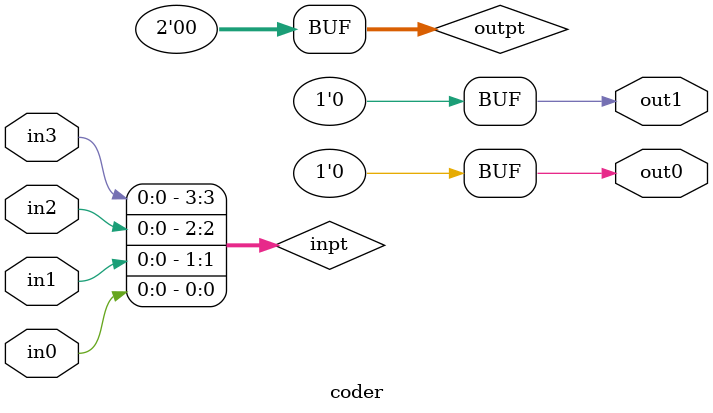
<source format=v>
module coder(
    input in0,
    input in1,
    input in2,
    input in3,
    output out0,
    output out1
    );
    
    reg [1:0] outpt;
    reg [3:0] inpt;
    //always @*
    //assign outpt = (inpt == 0) ? 2'b00 : ( (inpt == 1) ? 2'b01 : ((inpt == 2) ? 2'b10 : 0));
    //assign out1=outpt;
    //assign out2=outpt[1];
   
    //endmodule
    
    always @*
    begin
    inpt[0]<=in0;
    inpt[1]<=in1;
    inpt[2]<=in2;
    inpt[3]<=in3;
    casex (inpt)
    4'b0001:outpt = 2'b00;
    4'b001x:outpt = 2'b01;
    4'b01xx:outpt = 2'b10;
    4'b1xxx:outpt = 2'b11;
    default:outpt = 0;
    endcase
    end
    assign out0=outpt[0];
    assign out1=outpt[1];
    
    //assign out1 = in3 + in2;
    //assign out0 = in3 + ((~in2)&in1);
    endmodule

</source>
